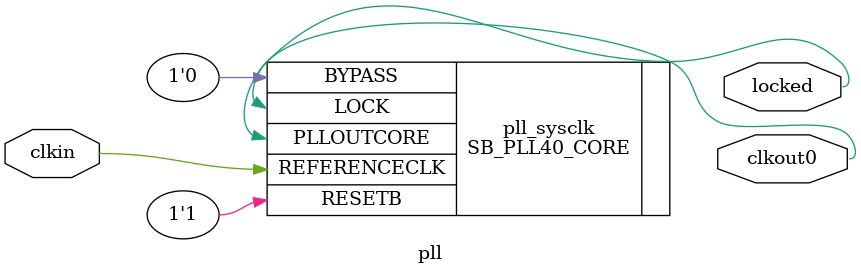
<source format=v>
module pll
(
    input clkin, // 48 MHz, 0 deg
    output clkout0, // 76.8 MHz, 0 deg (76.5MHz on ICE40)
    output locked
);
`ifdef ECP5
(* FREQUENCY_PIN_CLKI="48" *)
(* FREQUENCY_PIN_CLKOP="76.8" *)
(* ICP_CURRENT="12" *) (* LPF_RESISTOR="8" *) (* MFG_ENABLE_FILTEROPAMP="1" *) (* MFG_GMCREF_SEL="2" *)
EHXPLLL #(
        .PLLRST_ENA("DISABLED"),
        .INTFB_WAKE("DISABLED"),
        .STDBY_ENABLE("DISABLED"),
        .DPHASE_SOURCE("DISABLED"),
        .OUTDIVIDER_MUXA("DIVA"),
        .OUTDIVIDER_MUXB("DIVB"),
        .OUTDIVIDER_MUXC("DIVC"),
        .OUTDIVIDER_MUXD("DIVD"),
        .CLKI_DIV(5),
        .CLKOP_ENABLE("ENABLED"),
        .CLKOP_DIV(8),
        .CLKOP_CPHASE(3),
        .CLKOP_FPHASE(0),
        .FEEDBK_PATH("CLKOP"),
        .CLKFB_DIV(8)
    ) pll_i (
        .RST(1'b0),
        .STDBY(1'b0),
        .CLKI(clkin),
        .CLKOP(clkout0),
        .CLKFB(clkout0),
        .CLKINTFB(),
        .PHASESEL0(1'b0),
        .PHASESEL1(1'b0),
        .PHASEDIR(1'b1),
        .PHASESTEP(1'b1),
        .PHASELOADREG(1'b1),
        .PLLWAKESYNC(1'b0),
        .ENCLKOP(1'b0),
        .LOCK(locked)
	);
`else
   SB_PLL40_CORE #(
		.FEEDBACK_PATH("SIMPLE"),
		.DIVR(4'b0011),
		.DIVF(7'b0110010),
		.DIVQ(3'b011),
		.FILTER_RANGE(3'b001) 
   ) pll_sysclk (
      .RESETB(1'b1),
      .BYPASS(1'b0),
      .REFERENCECLK(clkin),
      .PLLOUTCORE(clkout0),
      .LOCK(locked),
   );
`endif
endmodule

</source>
